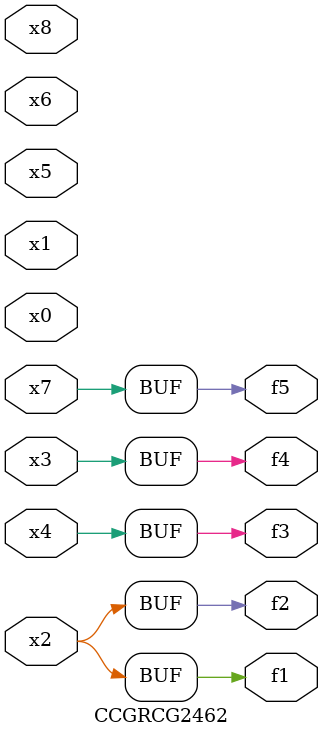
<source format=v>
module CCGRCG2462(
	input x0, x1, x2, x3, x4, x5, x6, x7, x8,
	output f1, f2, f3, f4, f5
);
	assign f1 = x2;
	assign f2 = x2;
	assign f3 = x4;
	assign f4 = x3;
	assign f5 = x7;
endmodule

</source>
